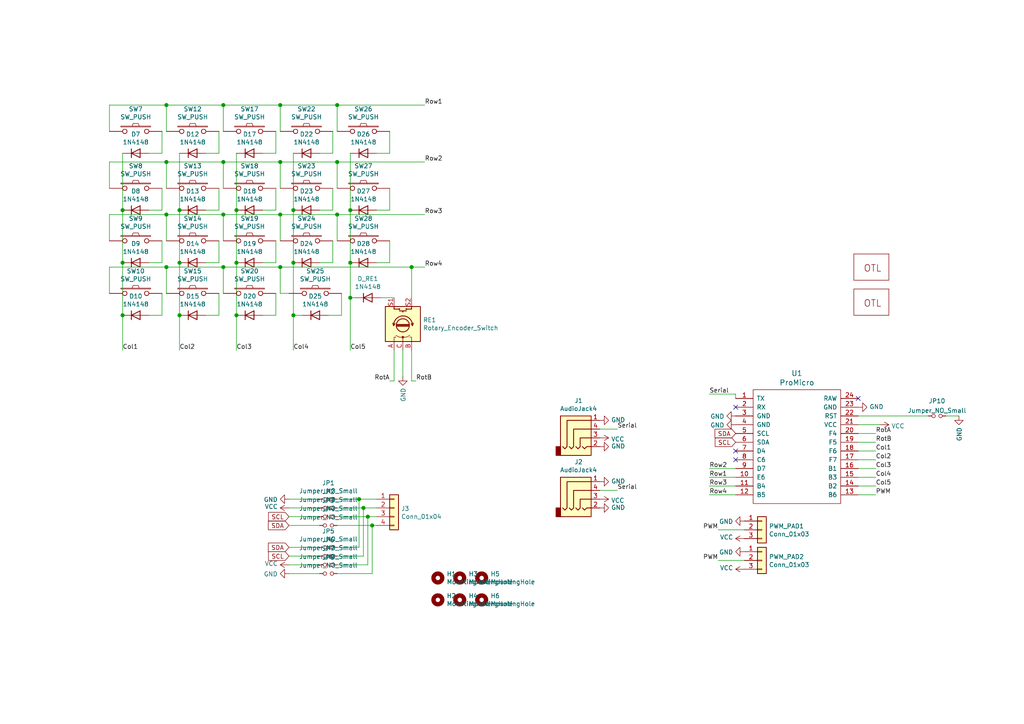
<source format=kicad_sch>
(kicad_sch (version 20210621) (generator eeschema)
  (paper "A4")
  (lib_symbols
    (symbol "Connector:AudioJack4"
      (property "Reference" "J" (at 0 8.89 0))
      (property "Value" "AudioJack4" (at 0 6.35 0))
      (symbol "AudioJack4_0_1"
        (rectangle (start -6.35 -5.08) (end -7.62 -7.62) (stroke (width 0.254)) (fill (type outline)))
        (rectangle (start 2.54 3.81) (end -6.35 -7.62) (stroke (width 0.254)) (fill (type background)))
        (polyline (pts (xy 0 -5.08) (xy 0.635 -5.715) (xy 1.27 -5.08) (xy 2.54 -5.08)) (stroke (width 0.254)))
        (polyline (pts (xy -5.715 -5.08) (xy -5.08 -5.715) (xy -4.445 -5.08) (xy -4.445 2.54) (xy 2.54 2.54)) (stroke (width 0.254)))
        (polyline (pts (xy -1.905 -5.08) (xy -1.27 -5.715) (xy -0.635 -5.08) (xy -0.635 -2.54) (xy 2.54 -2.54)) (stroke (width 0.254)))
        (polyline (pts (xy 2.54 0) (xy -2.54 0) (xy -2.54 -5.08) (xy -3.175 -5.715) (xy -3.81 -5.08)) (stroke (width 0.254)))
      )
      (symbol "AudioJack4_1_1"
        (pin passive line (at 5.08 2.54 180) (length 2.54) (name "~") (number "1"))
        (pin passive line (at 5.08 -5.08 180) (length 2.54) (name "~") (number "2"))
        (pin passive line (at 5.08 -2.54 180) (length 2.54) (name "~") (number "3"))
        (pin passive line (at 5.08 0 180) (length 2.54) (name "~") (number "4"))
      )
    )
    (symbol "Connector_Generic:Conn_01x03" (pin_names (offset 1.016) hide)
      (property "Reference" "J" (at 0 5.08 0))
      (property "Value" "Conn_01x03" (at 0 -5.08 0))
      (symbol "Conn_01x03_1_1"
        (rectangle (start -1.27 -2.413) (end 0 -2.667) (stroke (width 0.1524)))
        (rectangle (start -1.27 0.127) (end 0 -0.127) (stroke (width 0.1524)))
        (rectangle (start -1.27 2.667) (end 0 2.413) (stroke (width 0.1524)))
        (rectangle (start -1.27 3.81) (end 1.27 -3.81) (stroke (width 0.254)) (fill (type background)))
        (pin passive line (at -5.08 2.54 0) (length 3.81) (name "Pin_1") (number "1"))
        (pin passive line (at -5.08 0 0) (length 3.81) (name "Pin_2") (number "2"))
        (pin passive line (at -5.08 -2.54 0) (length 3.81) (name "Pin_3") (number "3"))
      )
    )
    (symbol "Connector_Generic:Conn_01x04" (pin_names (offset 1.016) hide)
      (property "Reference" "J" (at 0 5.08 0))
      (property "Value" "Conn_01x04" (at 0 -7.62 0))
      (symbol "Conn_01x04_1_1"
        (rectangle (start -1.27 -4.953) (end 0 -5.207) (stroke (width 0.1524)))
        (rectangle (start -1.27 -2.413) (end 0 -2.667) (stroke (width 0.1524)))
        (rectangle (start -1.27 0.127) (end 0 -0.127) (stroke (width 0.1524)))
        (rectangle (start -1.27 2.667) (end 0 2.413) (stroke (width 0.1524)))
        (rectangle (start -1.27 3.81) (end 1.27 -6.35) (stroke (width 0.254)) (fill (type background)))
        (pin passive line (at -5.08 2.54 0) (length 3.81) (name "Pin_1") (number "1"))
        (pin passive line (at -5.08 0 0) (length 3.81) (name "Pin_2") (number "2"))
        (pin passive line (at -5.08 -2.54 0) (length 3.81) (name "Pin_3") (number "3"))
        (pin passive line (at -5.08 -5.08 0) (length 3.81) (name "Pin_4") (number "4"))
      )
    )
    (symbol "Device:Jumper_NO_Small" (pin_numbers hide) (pin_names (offset 0.762) hide)
      (property "Reference" "JP" (at 0 2.032 0))
      (property "Value" "Jumper_NO_Small" (at 0.254 -1.524 0))
      (symbol "Jumper_NO_Small_0_1"
        (circle (center -1.016 0) (radius 0.508))
        (circle (center 1.016 0) (radius 0.508))
        (pin passive line (at -2.54 0 0) (length 1.016) (name "1") (number "1"))
        (pin passive line (at 2.54 0 180) (length 1.016) (name "2") (number "2"))
      )
    )
    (symbol "Device:Rotary_Encoder_Switch" (pin_names (offset 0.254) hide)
      (property "Reference" "SW" (at 0 6.604 0))
      (property "Value" "Rotary_Encoder_Switch" (at 0 -6.604 0))
      (symbol "Rotary_Encoder_Switch_0_1"
        (arc (start -0.381 -2.794) (end -0.381 2.667) (radius (at -0.381 -0.0508) (length 2.7432) (angles -89.9 89.9)) (stroke (width 0.254)))
        (circle (center -0.381 0) (radius 1.905) (stroke (width 0.254)))
        (circle (center 4.318 -1.016) (radius 0.127) (stroke (width 0.254)))
        (circle (center 4.318 1.016) (radius 0.127) (stroke (width 0.254)))
        (circle (center -3.81 0) (radius 0.254) (fill (type outline)))
        (rectangle (start -5.08 5.08) (end 5.08 -5.08) (stroke (width 0.254)) (fill (type background)))
        (polyline (pts (xy -0.635 -1.778) (xy -0.635 1.778)) (stroke (width 0.254)))
        (polyline (pts (xy -0.381 -1.778) (xy -0.381 1.778)) (stroke (width 0.254)))
        (polyline (pts (xy -0.127 1.778) (xy -0.127 -1.778)) (stroke (width 0.254)))
        (polyline (pts (xy 3.81 0) (xy 3.429 0)) (stroke (width 0.254)))
        (polyline (pts (xy 3.81 1.016) (xy 3.81 -1.016)) (stroke (width 0.254)))
        (polyline (pts (xy -5.08 -2.54) (xy -3.81 -2.54) (xy -3.81 -2.032)))
        (polyline (pts (xy -5.08 2.54) (xy -3.81 2.54) (xy -3.81 2.032)))
        (polyline (pts (xy 0.254 -3.048) (xy -0.508 -2.794) (xy 0.127 -2.413)) (stroke (width 0.254)))
        (polyline (pts (xy 0.254 2.921) (xy -0.508 2.667) (xy 0.127 2.286)) (stroke (width 0.254)))
        (polyline (pts (xy 5.08 -2.54) (xy 4.318 -2.54) (xy 4.318 -1.016)) (stroke (width 0.254)))
        (polyline (pts (xy 5.08 2.54) (xy 4.318 2.54) (xy 4.318 1.016)) (stroke (width 0.254)))
        (polyline (pts (xy -5.08 0) (xy -3.81 0) (xy -3.81 -1.016) (xy -3.302 -2.032)))
        (polyline (pts (xy -4.318 0) (xy -3.81 0) (xy -3.81 1.016) (xy -3.302 2.032)))
      )
      (symbol "Rotary_Encoder_Switch_1_1"
        (pin passive line (at -7.62 2.54 0) (length 2.54) (name "A") (number "A"))
        (pin passive line (at -7.62 -2.54 0) (length 2.54) (name "B") (number "B"))
        (pin passive line (at -7.62 0 0) (length 2.54) (name "C") (number "C"))
        (pin passive line (at 7.62 2.54 180) (length 2.54) (name "S1") (number "S1"))
        (pin passive line (at 7.62 -2.54 180) (length 2.54) (name "S2") (number "S2"))
      )
    )
    (symbol "Diode:1N4148" (pin_numbers hide) (pin_names (offset 1.016) hide)
      (property "Reference" "D" (at 0 2.54 0))
      (property "Value" "1N4148" (at 0 -2.54 0))
      (symbol "1N4148_0_1"
        (polyline (pts (xy -1.27 1.27) (xy -1.27 -1.27)) (stroke (width 0.254)))
        (polyline (pts (xy 1.27 0) (xy -1.27 0)))
        (polyline (pts (xy 1.27 1.27) (xy 1.27 -1.27) (xy -1.27 0) (xy 1.27 1.27)) (stroke (width 0.254)))
      )
      (symbol "1N4148_1_1"
        (pin passive line (at -3.81 0 0) (length 2.54) (name "K") (number "1"))
        (pin passive line (at 3.81 0 180) (length 2.54) (name "A") (number "2"))
      )
    )
    (symbol "Mechanical:MountingHole" (pin_names (offset 1.016))
      (property "Reference" "H" (at 0 5.08 0))
      (property "Value" "MountingHole" (at 0 3.175 0))
      (symbol "MountingHole_0_1"
        (circle (center 0 0) (radius 1.27) (stroke (width 1.27)))
      )
    )
    (symbol "SparkFun-Aesthetics:LOGO-OTL" (pin_numbers hide) (pin_names (offset 1.016) hide)
      (symbol "LOGO-OTL_1_0"
        (text "OTL" (at 0.3556 -1.5748 0) (effects (font (size 1.9304 1.9304))))
        (polyline (pts (xy -5.08 -5.08) (xy 5.08 -5.08)))
        (polyline (pts (xy -5.08 2.54) (xy -5.08 -5.08)))
        (polyline (pts (xy 5.08 -5.08) (xy 5.08 2.54)))
        (polyline (pts (xy 5.08 2.54) (xy -5.08 2.54)))
      )
    )
    (symbol "keyboard_parts:SW_PUSH" (pin_numbers hide) (pin_names (offset 1.016) hide)
      (property "Reference" "SW" (at 3.81 2.794 0))
      (property "Value" "SW_PUSH" (at 0 -2.032 0))
      (symbol "SW_PUSH_0_1"
        (rectangle (start -4.318 1.27) (end 4.318 1.524))
        (polyline (pts (xy -1.016 1.524) (xy -0.762 2.286) (xy 0.762 2.286) (xy 1.016 1.524)))
        (pin passive inverted (at -7.62 0 0) (length 5.08) (name "1") (number "1"))
        (pin passive inverted (at 7.62 0 180) (length 5.08) (name "2") (number "2"))
      )
    )
    (symbol "power:GND" (power) (pin_names (offset 0))
      (property "Value" "GND" (at 0 -3.81 0))
      (symbol "GND_0_1"
        (polyline (pts (xy 0 0) (xy 0 -1.27) (xy 1.27 -1.27) (xy 0 -2.54) (xy -1.27 -1.27) (xy 0 -1.27)))
      )
      (symbol "GND_1_1"
        (pin power_in line (at 0 0 270) (length 0) hide (name "GND") (number "1"))
      )
    )
    (symbol "power:VCC" (power) (pin_names (offset 0))
      (property "Value" "VCC" (at 0 3.81 0))
      (symbol "VCC_0_1"
        (polyline (pts (xy -0.762 1.27) (xy 0 2.54)))
        (polyline (pts (xy 0 0) (xy 0 2.54)))
        (polyline (pts (xy 0 2.54) (xy 0.762 1.27)))
      )
      (symbol "VCC_1_1"
        (pin power_in line (at 0 0 90) (length 0) hide (name "VCC") (number "1"))
      )
    )
    (symbol "promicro:ProMicro" (pin_names (offset 1.016))
      (property "Reference" "U" (at 0 24.13 0))
      (property "Value" "ProMicro" (at 0 -13.97 0))
      (symbol "ProMicro_0_1"
        (rectangle (start -12.7 21.59) (end 12.7 -11.43))
      )
      (symbol "ProMicro_1_1"
        (pin bidirectional line (at -17.78 19.05 0) (length 5.08) (name "TX") (number "1"))
        (pin bidirectional line (at -17.78 -3.81 0) (length 5.08) (name "E6") (number "10"))
        (pin bidirectional line (at -17.78 -6.35 0) (length 5.08) (name "B4") (number "11"))
        (pin bidirectional line (at -17.78 -8.89 0) (length 5.08) (name "B5") (number "12"))
        (pin bidirectional line (at 17.78 -8.89 180) (length 5.08) (name "B6") (number "13"))
        (pin bidirectional line (at 17.78 -6.35 180) (length 5.08) (name "B2") (number "14"))
        (pin bidirectional line (at 17.78 -3.81 180) (length 5.08) (name "B3") (number "15"))
        (pin bidirectional line (at 17.78 -1.27 180) (length 5.08) (name "B1") (number "16"))
        (pin bidirectional line (at 17.78 1.27 180) (length 5.08) (name "F7") (number "17"))
        (pin bidirectional line (at 17.78 3.81 180) (length 5.08) (name "F6") (number "18"))
        (pin bidirectional line (at 17.78 6.35 180) (length 5.08) (name "F5") (number "19"))
        (pin bidirectional line (at -17.78 16.51 0) (length 5.08) (name "RX") (number "2"))
        (pin bidirectional line (at 17.78 8.89 180) (length 5.08) (name "F4") (number "20"))
        (pin power_in line (at 17.78 11.43 180) (length 5.08) (name "VCC") (number "21"))
        (pin input line (at 17.78 13.97 180) (length 5.08) (name "RST") (number "22"))
        (pin power_in line (at 17.78 16.51 180) (length 5.08) (name "GND") (number "23"))
        (pin power_out line (at 17.78 19.05 180) (length 5.08) (name "RAW") (number "24"))
        (pin power_in line (at -17.78 13.97 0) (length 5.08) (name "GND") (number "3"))
        (pin power_in line (at -17.78 11.43 0) (length 5.08) (name "GND") (number "4"))
        (pin bidirectional line (at -17.78 8.89 0) (length 5.08) (name "SCL") (number "5"))
        (pin bidirectional line (at -17.78 6.35 0) (length 5.08) (name "SDA") (number "6"))
        (pin bidirectional line (at -17.78 3.81 0) (length 5.08) (name "D4") (number "7"))
        (pin bidirectional line (at -17.78 1.27 0) (length 5.08) (name "C6") (number "8"))
        (pin bidirectional line (at -17.78 -1.27 0) (length 5.08) (name "D7") (number "9"))
      )
    )
  )
  (junction (at 35.56 60.96) (diameter 1.016))
  (junction (at 35.56 76.2) (diameter 1.016))
  (junction (at 35.56 91.44) (diameter 1.016))
  (junction (at 48.26 30.48) (diameter 1.016))
  (junction (at 48.26 46.99) (diameter 1.016))
  (junction (at 48.26 62.23) (diameter 1.016))
  (junction (at 48.26 77.47) (diameter 1.016))
  (junction (at 52.07 60.96) (diameter 1.016))
  (junction (at 52.07 76.2) (diameter 1.016))
  (junction (at 52.07 91.44) (diameter 1.016))
  (junction (at 64.77 30.48) (diameter 1.016))
  (junction (at 64.77 46.99) (diameter 1.016))
  (junction (at 64.77 62.23) (diameter 1.016))
  (junction (at 64.77 77.47) (diameter 1.016))
  (junction (at 68.58 60.96) (diameter 1.016))
  (junction (at 68.58 76.2) (diameter 1.016))
  (junction (at 68.58 91.44) (diameter 1.016))
  (junction (at 81.28 30.48) (diameter 1.016))
  (junction (at 81.28 46.99) (diameter 1.016))
  (junction (at 81.28 62.23) (diameter 1.016))
  (junction (at 81.28 77.47) (diameter 1.016))
  (junction (at 85.09 60.96) (diameter 1.016))
  (junction (at 85.09 76.2) (diameter 1.016))
  (junction (at 85.09 91.44) (diameter 1.016))
  (junction (at 97.79 30.48) (diameter 1.016))
  (junction (at 97.79 46.99) (diameter 1.016))
  (junction (at 97.79 62.23) (diameter 1.016))
  (junction (at 101.6 60.96) (diameter 1.016))
  (junction (at 101.6 76.2) (diameter 1.016))
  (junction (at 101.6 86.36) (diameter 1.016))
  (junction (at 104.14 144.78) (diameter 1.016))
  (junction (at 105.41 147.32) (diameter 1.016))
  (junction (at 106.68 149.86) (diameter 1.016))
  (junction (at 107.95 152.4) (diameter 1.016))
  (junction (at 119.38 77.47) (diameter 1.016))
  (no_connect (at 213.36 118.11))
  (no_connect (at 213.36 130.81))
  (no_connect (at 213.36 133.35))
  (no_connect (at 248.92 115.57))
  (wire (pts (xy 31.75 30.48) (xy 48.26 30.48)))
  (wire (pts (xy 31.75 38.1) (xy 31.75 30.48)))
  (wire (pts (xy 31.75 46.99) (xy 48.26 46.99)))
  (wire (pts (xy 31.75 54.61) (xy 31.75 46.99)))
  (wire (pts (xy 31.75 62.23) (xy 48.26 62.23)))
  (wire (pts (xy 31.75 69.85) (xy 31.75 62.23)))
  (wire (pts (xy 31.75 77.47) (xy 48.26 77.47)))
  (wire (pts (xy 31.75 85.09) (xy 31.75 77.47)))
  (wire (pts (xy 35.56 60.96) (xy 35.56 44.45)))
  (wire (pts (xy 35.56 60.96) (xy 35.56 76.2)))
  (wire (pts (xy 35.56 91.44) (xy 35.56 76.2)))
  (wire (pts (xy 35.56 91.44) (xy 35.56 101.6)))
  (wire (pts (xy 46.99 38.1) (xy 46.99 44.45)))
  (wire (pts (xy 46.99 44.45) (xy 43.18 44.45)))
  (wire (pts (xy 46.99 54.61) (xy 46.99 60.96)))
  (wire (pts (xy 46.99 60.96) (xy 43.18 60.96)))
  (wire (pts (xy 46.99 69.85) (xy 46.99 76.2)))
  (wire (pts (xy 46.99 76.2) (xy 43.18 76.2)))
  (wire (pts (xy 46.99 85.09) (xy 46.99 91.44)))
  (wire (pts (xy 46.99 91.44) (xy 43.18 91.44)))
  (wire (pts (xy 48.26 30.48) (xy 64.77 30.48)))
  (wire (pts (xy 48.26 38.1) (xy 48.26 30.48)))
  (wire (pts (xy 48.26 46.99) (xy 64.77 46.99)))
  (wire (pts (xy 48.26 54.61) (xy 48.26 46.99)))
  (wire (pts (xy 48.26 62.23) (xy 64.77 62.23)))
  (wire (pts (xy 48.26 69.85) (xy 48.26 62.23)))
  (wire (pts (xy 48.26 77.47) (xy 64.77 77.47)))
  (wire (pts (xy 48.26 85.09) (xy 48.26 77.47)))
  (wire (pts (xy 52.07 44.45) (xy 52.07 60.96)))
  (wire (pts (xy 52.07 60.96) (xy 52.07 76.2)))
  (wire (pts (xy 52.07 91.44) (xy 52.07 76.2)))
  (wire (pts (xy 52.07 91.44) (xy 52.07 101.6)))
  (wire (pts (xy 63.5 38.1) (xy 63.5 44.45)))
  (wire (pts (xy 63.5 44.45) (xy 59.69 44.45)))
  (wire (pts (xy 63.5 54.61) (xy 63.5 60.96)))
  (wire (pts (xy 63.5 60.96) (xy 59.69 60.96)))
  (wire (pts (xy 63.5 69.85) (xy 63.5 76.2)))
  (wire (pts (xy 63.5 76.2) (xy 59.69 76.2)))
  (wire (pts (xy 63.5 85.09) (xy 63.5 91.44)))
  (wire (pts (xy 63.5 91.44) (xy 59.69 91.44)))
  (wire (pts (xy 64.77 30.48) (xy 81.28 30.48)))
  (wire (pts (xy 64.77 38.1) (xy 64.77 30.48)))
  (wire (pts (xy 64.77 46.99) (xy 81.28 46.99)))
  (wire (pts (xy 64.77 54.61) (xy 64.77 46.99)))
  (wire (pts (xy 64.77 62.23) (xy 81.28 62.23)))
  (wire (pts (xy 64.77 69.85) (xy 64.77 62.23)))
  (wire (pts (xy 64.77 77.47) (xy 81.28 77.47)))
  (wire (pts (xy 64.77 85.09) (xy 64.77 77.47)))
  (wire (pts (xy 68.58 44.45) (xy 68.58 60.96)))
  (wire (pts (xy 68.58 60.96) (xy 68.58 76.2)))
  (wire (pts (xy 68.58 76.2) (xy 68.58 91.44)))
  (wire (pts (xy 68.58 91.44) (xy 68.58 101.6)))
  (wire (pts (xy 80.01 38.1) (xy 80.01 44.45)))
  (wire (pts (xy 80.01 44.45) (xy 76.2 44.45)))
  (wire (pts (xy 80.01 54.61) (xy 80.01 60.96)))
  (wire (pts (xy 80.01 60.96) (xy 76.2 60.96)))
  (wire (pts (xy 80.01 69.85) (xy 80.01 76.2)))
  (wire (pts (xy 80.01 76.2) (xy 76.2 76.2)))
  (wire (pts (xy 80.01 85.09) (xy 80.01 91.44)))
  (wire (pts (xy 80.01 91.44) (xy 76.2 91.44)))
  (wire (pts (xy 81.28 30.48) (xy 97.79 30.48)))
  (wire (pts (xy 81.28 38.1) (xy 81.28 30.48)))
  (wire (pts (xy 81.28 46.99) (xy 97.79 46.99)))
  (wire (pts (xy 81.28 54.61) (xy 81.28 46.99)))
  (wire (pts (xy 81.28 62.23) (xy 97.79 62.23)))
  (wire (pts (xy 81.28 69.85) (xy 81.28 62.23)))
  (wire (pts (xy 81.28 77.47) (xy 81.28 85.09)))
  (wire (pts (xy 81.28 77.47) (xy 119.38 77.47)))
  (wire (pts (xy 81.28 85.09) (xy 83.82 85.09)))
  (wire (pts (xy 85.09 60.96) (xy 85.09 44.45)))
  (wire (pts (xy 85.09 60.96) (xy 85.09 76.2)))
  (wire (pts (xy 85.09 76.2) (xy 85.09 91.44)))
  (wire (pts (xy 85.09 91.44) (xy 85.09 101.6)))
  (wire (pts (xy 87.63 91.44) (xy 85.09 91.44)))
  (wire (pts (xy 92.71 144.78) (xy 83.82 144.78)))
  (wire (pts (xy 92.71 147.32) (xy 83.82 147.32)))
  (wire (pts (xy 92.71 149.86) (xy 83.82 149.86)))
  (wire (pts (xy 92.71 152.4) (xy 83.82 152.4)))
  (wire (pts (xy 92.71 158.75) (xy 83.82 158.75)))
  (wire (pts (xy 92.71 161.29) (xy 83.82 161.29)))
  (wire (pts (xy 92.71 163.83) (xy 83.82 163.83)))
  (wire (pts (xy 92.71 166.37) (xy 83.82 166.37)))
  (wire (pts (xy 96.52 38.1) (xy 96.52 44.45)))
  (wire (pts (xy 96.52 44.45) (xy 92.71 44.45)))
  (wire (pts (xy 96.52 54.61) (xy 96.52 60.96)))
  (wire (pts (xy 96.52 60.96) (xy 92.71 60.96)))
  (wire (pts (xy 96.52 69.85) (xy 96.52 76.2)))
  (wire (pts (xy 96.52 76.2) (xy 92.71 76.2)))
  (wire (pts (xy 97.79 30.48) (xy 123.19 30.48)))
  (wire (pts (xy 97.79 38.1) (xy 97.79 30.48)))
  (wire (pts (xy 97.79 46.99) (xy 123.19 46.99)))
  (wire (pts (xy 97.79 54.61) (xy 97.79 46.99)))
  (wire (pts (xy 97.79 62.23) (xy 123.19 62.23)))
  (wire (pts (xy 97.79 69.85) (xy 97.79 62.23)))
  (wire (pts (xy 97.79 149.86) (xy 106.68 149.86)))
  (wire (pts (xy 99.06 85.09) (xy 99.06 91.44)))
  (wire (pts (xy 99.06 91.44) (xy 95.25 91.44)))
  (wire (pts (xy 101.6 60.96) (xy 101.6 44.45)))
  (wire (pts (xy 101.6 60.96) (xy 101.6 76.2)))
  (wire (pts (xy 101.6 76.2) (xy 101.6 86.36)))
  (wire (pts (xy 101.6 86.36) (xy 101.6 101.6)))
  (wire (pts (xy 102.87 86.36) (xy 101.6 86.36)))
  (wire (pts (xy 104.14 144.78) (xy 97.79 144.78)))
  (wire (pts (xy 104.14 144.78) (xy 104.14 158.75)))
  (wire (pts (xy 104.14 158.75) (xy 97.79 158.75)))
  (wire (pts (xy 105.41 147.32) (xy 97.79 147.32)))
  (wire (pts (xy 105.41 147.32) (xy 105.41 161.29)))
  (wire (pts (xy 105.41 161.29) (xy 97.79 161.29)))
  (wire (pts (xy 106.68 149.86) (xy 106.68 163.83)))
  (wire (pts (xy 106.68 149.86) (xy 109.22 149.86)))
  (wire (pts (xy 106.68 163.83) (xy 97.79 163.83)))
  (wire (pts (xy 107.95 152.4) (xy 97.79 152.4)))
  (wire (pts (xy 107.95 152.4) (xy 107.95 166.37)))
  (wire (pts (xy 107.95 166.37) (xy 97.79 166.37)))
  (wire (pts (xy 109.22 144.78) (xy 104.14 144.78)))
  (wire (pts (xy 109.22 147.32) (xy 105.41 147.32)))
  (wire (pts (xy 109.22 152.4) (xy 107.95 152.4)))
  (wire (pts (xy 113.03 38.1) (xy 113.03 44.45)))
  (wire (pts (xy 113.03 44.45) (xy 109.22 44.45)))
  (wire (pts (xy 113.03 54.61) (xy 113.03 60.96)))
  (wire (pts (xy 113.03 60.96) (xy 109.22 60.96)))
  (wire (pts (xy 113.03 69.85) (xy 113.03 76.2)))
  (wire (pts (xy 113.03 76.2) (xy 109.22 76.2)))
  (wire (pts (xy 114.3 86.36) (xy 110.49 86.36)))
  (wire (pts (xy 114.3 101.6) (xy 114.3 110.49)))
  (wire (pts (xy 114.3 110.49) (xy 113.03 110.49)))
  (wire (pts (xy 116.84 101.6) (xy 116.84 109.22)))
  (wire (pts (xy 119.38 77.47) (xy 119.38 86.36)))
  (wire (pts (xy 119.38 77.47) (xy 123.19 77.47)))
  (wire (pts (xy 119.38 101.6) (xy 119.38 110.49)))
  (wire (pts (xy 119.38 110.49) (xy 120.65 110.49)))
  (wire (pts (xy 173.99 124.46) (xy 179.07 124.46)))
  (wire (pts (xy 173.99 142.24) (xy 179.07 142.24)))
  (wire (pts (xy 205.74 114.3) (xy 213.36 114.3)))
  (wire (pts (xy 205.74 135.89) (xy 213.36 135.89)))
  (wire (pts (xy 205.74 138.43) (xy 213.36 138.43)))
  (wire (pts (xy 205.74 140.97) (xy 213.36 140.97)))
  (wire (pts (xy 205.74 143.51) (xy 213.36 143.51)))
  (wire (pts (xy 208.28 153.67) (xy 215.9 153.67)))
  (wire (pts (xy 208.28 162.56) (xy 215.9 162.56)))
  (wire (pts (xy 213.36 114.3) (xy 213.36 115.57)))
  (wire (pts (xy 248.92 120.65) (xy 269.24 120.65)))
  (wire (pts (xy 248.92 123.19) (xy 255.27 123.19)))
  (wire (pts (xy 248.92 125.73) (xy 254 125.73)))
  (wire (pts (xy 248.92 128.27) (xy 254 128.27)))
  (wire (pts (xy 248.92 130.81) (xy 254 130.81)))
  (wire (pts (xy 248.92 133.35) (xy 254 133.35)))
  (wire (pts (xy 248.92 135.89) (xy 254 135.89)))
  (wire (pts (xy 248.92 138.43) (xy 254 138.43)))
  (wire (pts (xy 248.92 140.97) (xy 254 140.97)))
  (wire (pts (xy 248.92 143.51) (xy 254 143.51)))
  (wire (pts (xy 274.32 120.65) (xy 278.13 120.65)))
  (label "Col1" (at 35.56 101.6 0))
  (label "Col2" (at 52.07 101.6 0))
  (label "Col3" (at 68.58 101.6 0))
  (label "Col4" (at 85.09 101.6 0))
  (label "Col5" (at 101.6 101.6 0))
  (label "RotA" (at 113.03 110.49 180))
  (label "RotB" (at 120.65 110.49 0))
  (label "Row1" (at 123.19 30.48 0))
  (label "Row2" (at 123.19 46.99 0))
  (label "Row3" (at 123.19 62.23 0))
  (label "Row4" (at 123.19 77.47 0))
  (label "Serial" (at 179.07 124.46 0))
  (label "Serial" (at 179.07 142.24 0))
  (label "Serial" (at 205.74 114.3 0))
  (label "Row2" (at 205.74 135.89 0))
  (label "Row1" (at 205.74 138.43 0))
  (label "Row3" (at 205.74 140.97 0))
  (label "Row4" (at 205.74 143.51 0))
  (label "PWM" (at 208.28 153.67 180))
  (label "PWM" (at 208.28 162.56 180))
  (label "RotA" (at 254 125.73 0))
  (label "RotB" (at 254 128.27 0))
  (label "Col1" (at 254 130.81 0))
  (label "Col2" (at 254 133.35 0))
  (label "Col3" (at 254 135.89 0))
  (label "Col4" (at 254 138.43 0))
  (label "Col5" (at 254 140.97 0))
  (label "PWM" (at 254 143.51 0))
  (global_label "SCL" (shape input) (at 83.82 149.86 180) (property "Intersheet References" "${INTERSHEET_REFS}" (effects hide)))
  (global_label "SDA" (shape input) (at 83.82 152.4 180) (property "Intersheet References" "${INTERSHEET_REFS}" (effects hide)))
  (global_label "SDA" (shape input) (at 83.82 158.75 180) (property "Intersheet References" "${INTERSHEET_REFS}" (effects hide)))
  (global_label "SCL" (shape input) (at 83.82 161.29 180) (property "Intersheet References" "${INTERSHEET_REFS}" (effects hide)))
  (global_label "SDA" (shape input) (at 213.36 125.73 180) (property "Intersheet References" "${INTERSHEET_REFS}" (effects hide)))
  (global_label "SCL" (shape input) (at 213.36 128.27 180) (property "Intersheet References" "${INTERSHEET_REFS}" (effects hide)))
  (symbol (lib_id "power:VCC") (at 83.82 147.32 90) (unit 1)
    (property "Reference" "#PWR0105" (effects hide))
    (property "Value" "VCC" (at 80.5942 146.939 90) (effects (justify left)))
  )
  (symbol (lib_id "power:VCC") (at 83.82 163.83 90) (unit 1)
    (property "Reference" "#PWR0107" (effects hide))
    (property "Value" "VCC" (at 80.5942 163.449 90) (effects (justify left)))
  )
  (symbol (lib_id "power:VCC") (at 173.99 127 270) (unit 1)
    (property "Reference" "#PWR0104" (effects hide))
    (property "Value" "VCC" (at 177.2412 127.381 90) (effects (justify left)))
  )
  (symbol (lib_id "power:VCC") (at 173.99 144.78 270) (unit 1)
    (property "Reference" "#PWR0103" (effects hide))
    (property "Value" "VCC" (at 177.2412 145.161 90) (effects (justify left)))
  )
  (symbol (lib_id "power:VCC") (at 215.9 156.21 90) (unit 1)
    (property "Reference" "#PWR0117" (effects hide))
    (property "Value" "VCC" (at 212.6488 155.829 90) (effects (justify left)))
  )
  (symbol (lib_id "power:VCC") (at 215.9 165.1 90) (unit 1)
    (property "Reference" "#PWR0120" (effects hide))
    (property "Value" "VCC" (at 212.6488 164.719 90) (effects (justify left)))
  )
  (symbol (lib_id "power:VCC") (at 255.27 123.19 270) (unit 1)
    (property "Reference" "#PWR0115" (effects hide))
    (property "Value" "VCC" (at 258.5212 123.571 90) (effects (justify left)))
  )
  (symbol (lib_id "Device:Jumper_NO_Small") (at 95.25 144.78 0) (unit 1)
    (property "Reference" "JP1" (at 95.25 140.081 0))
    (property "Value" "Jumper_NO_Small" (at 95.25 142.3924 0))
    (property "Footprint" "SparkFun-Passives:PAD-JUMPER-2-NO_NO_SILK" (effects hide))
  )
  (symbol (lib_id "Device:Jumper_NO_Small") (at 95.25 147.32 0) (unit 1)
    (property "Reference" "JP2" (at 95.25 142.621 0))
    (property "Value" "Jumper_NO_Small" (at 95.25 144.9324 0))
    (property "Footprint" "SparkFun-Passives:PAD-JUMPER-2-NO_NO_SILK" (effects hide))
  )
  (symbol (lib_id "Device:Jumper_NO_Small") (at 95.25 149.86 0) (unit 1)
    (property "Reference" "JP3" (at 95.25 145.161 0))
    (property "Value" "Jumper_NO_Small" (at 95.25 147.4724 0))
    (property "Footprint" "SparkFun-Passives:PAD-JUMPER-2-NO_NO_SILK" (effects hide))
  )
  (symbol (lib_id "Device:Jumper_NO_Small") (at 95.25 152.4 0) (unit 1)
    (property "Reference" "JP4" (at 95.25 147.701 0))
    (property "Value" "Jumper_NO_Small" (at 95.25 150.0124 0))
    (property "Footprint" "SparkFun-Passives:PAD-JUMPER-2-NO_NO_SILK" (effects hide))
  )
  (symbol (lib_id "Device:Jumper_NO_Small") (at 95.25 158.75 0) (unit 1)
    (property "Reference" "JP5" (at 95.25 154.051 0))
    (property "Value" "Jumper_NO_Small" (at 95.25 156.3624 0))
    (property "Footprint" "SparkFun-Passives:PAD-JUMPER-2-NO_NO_SILK" (effects hide))
  )
  (symbol (lib_id "Device:Jumper_NO_Small") (at 95.25 161.29 0) (unit 1)
    (property "Reference" "JP6" (at 95.25 156.591 0))
    (property "Value" "Jumper_NO_Small" (at 95.25 158.9024 0))
    (property "Footprint" "SparkFun-Passives:PAD-JUMPER-2-NO_NO_SILK" (effects hide))
  )
  (symbol (lib_id "Device:Jumper_NO_Small") (at 95.25 163.83 0) (unit 1)
    (property "Reference" "JP7" (at 95.25 159.131 0))
    (property "Value" "Jumper_NO_Small" (at 95.25 161.4424 0))
    (property "Footprint" "SparkFun-Passives:PAD-JUMPER-2-NO_NO_SILK" (effects hide))
  )
  (symbol (lib_id "Device:Jumper_NO_Small") (at 95.25 166.37 0) (unit 1)
    (property "Reference" "JP8" (at 95.25 161.671 0))
    (property "Value" "Jumper_NO_Small" (at 95.25 163.9824 0))
    (property "Footprint" "SparkFun-Passives:PAD-JUMPER-2-NO_NO_SILK" (effects hide))
  )
  (symbol (lib_id "Device:Jumper_NO_Small") (at 271.78 120.65 0) (unit 1)
    (property "Reference" "JP10" (at 271.78 116.3024 0))
    (property "Value" "Jumper_NO_Small" (at 271.78 119.0775 0))
    (property "Footprint" "User-Submitted:SolderJumper-flip-2_P1.3mm_Open_Pad1.0x1.5mm" (effects hide))
  )
  (symbol (lib_id "power:GND") (at 83.82 144.78 270) (unit 1)
    (property "Reference" "#PWR0106" (effects hide))
    (property "Value" "GND" (at 80.5688 144.907 90) (effects (justify right)))
  )
  (symbol (lib_id "power:GND") (at 83.82 166.37 270) (unit 1)
    (property "Reference" "#PWR0108" (effects hide))
    (property "Value" "GND" (at 80.5688 166.497 90) (effects (justify right)))
  )
  (symbol (lib_id "power:GND") (at 116.84 109.22 0) (unit 1)
    (property "Reference" "#PWR0121" (effects hide))
    (property "Value" "GND" (at 116.967 112.4712 90) (effects (justify right)))
  )
  (symbol (lib_id "power:GND") (at 173.99 121.92 90) (unit 1)
    (property "Reference" "#PWR0101" (effects hide))
    (property "Value" "GND" (at 177.2412 121.793 90) (effects (justify right)))
  )
  (symbol (lib_id "power:GND") (at 173.99 129.54 90) (unit 1)
    (property "Reference" "#PWR0109" (effects hide))
    (property "Value" "GND" (at 177.2412 129.413 90) (effects (justify right)))
  )
  (symbol (lib_id "power:GND") (at 173.99 139.7 90) (unit 1)
    (property "Reference" "#PWR0102" (effects hide))
    (property "Value" "GND" (at 177.2412 139.573 90) (effects (justify right)))
  )
  (symbol (lib_id "power:GND") (at 173.99 147.32 90) (unit 1)
    (property "Reference" "#PWR0110" (effects hide))
    (property "Value" "GND" (at 177.2412 147.193 90) (effects (justify right)))
  )
  (symbol (lib_id "power:GND") (at 213.36 120.65 270) (unit 1)
    (property "Reference" "#PWR0111" (effects hide))
    (property "Value" "GND" (at 210.1088 120.777 90) (effects (justify right)))
  )
  (symbol (lib_id "power:GND") (at 213.36 123.19 270) (unit 1)
    (property "Reference" "#PWR0112" (effects hide))
    (property "Value" "GND" (at 210.1088 123.317 90) (effects (justify right)))
  )
  (symbol (lib_id "power:GND") (at 215.9 151.13 270) (unit 1)
    (property "Reference" "#PWR0116" (effects hide))
    (property "Value" "GND" (at 212.6488 151.257 90) (effects (justify right)))
  )
  (symbol (lib_id "power:GND") (at 215.9 160.02 270) (unit 1)
    (property "Reference" "#PWR0119" (effects hide))
    (property "Value" "GND" (at 212.6488 160.147 90) (effects (justify right)))
  )
  (symbol (lib_id "power:GND") (at 248.92 118.11 90) (unit 1)
    (property "Reference" "#PWR0113" (effects hide))
    (property "Value" "GND" (at 252.1712 117.983 90) (effects (justify right)))
  )
  (symbol (lib_id "power:GND") (at 278.13 120.65 0) (unit 1)
    (property "Reference" "#PWR0114" (effects hide))
    (property "Value" "GND" (at 278.257 123.9012 90) (effects (justify right)))
  )
  (symbol (lib_id "Mechanical:MountingHole") (at 127 167.64 0) (unit 1)
    (property "Reference" "H1" (at 129.54 166.4716 0) (effects (justify left)))
    (property "Value" "MountingHole" (at 129.54 168.783 0) (effects (justify left)))
    (property "Footprint" "MountingHole:MountingHole_2.2mm_M2_Pad" (effects hide))
  )
  (symbol (lib_id "Mechanical:MountingHole") (at 127 173.99 0) (unit 1)
    (property "Reference" "H2" (at 129.54 172.8216 0) (effects (justify left)))
    (property "Value" "MountingHole" (at 129.54 175.133 0) (effects (justify left)))
    (property "Footprint" "MountingHole:MountingHole_2.2mm_M2_Pad" (effects hide))
  )
  (symbol (lib_id "Mechanical:MountingHole") (at 133.35 167.64 0) (unit 1)
    (property "Reference" "H3" (at 135.89 166.4716 0) (effects (justify left)))
    (property "Value" "MountingHole" (at 135.89 168.783 0) (effects (justify left)))
    (property "Footprint" "MountingHole:MountingHole_2.2mm_M2_Pad" (effects hide))
  )
  (symbol (lib_id "Mechanical:MountingHole") (at 133.35 173.99 0) (unit 1)
    (property "Reference" "H4" (at 135.89 172.8216 0) (effects (justify left)))
    (property "Value" "MountingHole" (at 135.89 175.133 0) (effects (justify left)))
    (property "Footprint" "MountingHole:MountingHole_2.2mm_M2_Pad" (effects hide))
  )
  (symbol (lib_id "Mechanical:MountingHole") (at 139.7 167.64 0) (unit 1)
    (property "Reference" "H5" (at 142.24 166.4716 0) (effects (justify left)))
    (property "Value" "MountingHole" (at 142.24 168.783 0) (effects (justify left)))
    (property "Footprint" "MountingHole:MountingHole_2.2mm_M2_Pad" (effects hide))
  )
  (symbol (lib_id "Mechanical:MountingHole") (at 139.7 173.99 0) (unit 1)
    (property "Reference" "H6" (at 142.24 172.8216 0) (effects (justify left)))
    (property "Value" "MountingHole" (at 142.24 175.133 0) (effects (justify left)))
    (property "Footprint" "MountingHole:MountingHole_2.2mm_M2_Pad" (effects hide))
  )
  (symbol (lib_id "Diode:1N4148") (at 39.37 44.45 0) (unit 1)
    (property "Reference" "D7" (at 39.37 38.9382 0))
    (property "Value" "1N4148" (at 39.37 41.2496 0))
    (property "Footprint" "Keebio-Parts:Diode-dual" (effects hide))
    (property "Datasheet" "https://assets.nexperia.com/documents/data-sheet/1N4148_1N4448.pdf" (effects hide))
  )
  (symbol (lib_id "Diode:1N4148") (at 39.37 60.96 0) (unit 1)
    (property "Reference" "D8" (at 39.37 55.4482 0))
    (property "Value" "1N4148" (at 39.37 57.7596 0))
    (property "Footprint" "Keebio-Parts:Diode-dual" (effects hide))
    (property "Datasheet" "https://assets.nexperia.com/documents/data-sheet/1N4148_1N4448.pdf" (effects hide))
  )
  (symbol (lib_id "Diode:1N4148") (at 39.37 76.2 0) (unit 1)
    (property "Reference" "D9" (at 39.37 70.6882 0))
    (property "Value" "1N4148" (at 39.37 72.9996 0))
    (property "Footprint" "Keebio-Parts:Diode-dual" (effects hide))
    (property "Datasheet" "https://assets.nexperia.com/documents/data-sheet/1N4148_1N4448.pdf" (effects hide))
  )
  (symbol (lib_id "Diode:1N4148") (at 39.37 91.44 0) (unit 1)
    (property "Reference" "D10" (at 39.37 85.9282 0))
    (property "Value" "1N4148" (at 39.37 88.2396 0))
    (property "Footprint" "Keebio-Parts:Diode-dual" (effects hide))
    (property "Datasheet" "https://assets.nexperia.com/documents/data-sheet/1N4148_1N4448.pdf" (effects hide))
  )
  (symbol (lib_id "Diode:1N4148") (at 55.88 44.45 0) (unit 1)
    (property "Reference" "D12" (at 55.88 38.9382 0))
    (property "Value" "1N4148" (at 55.88 41.2496 0))
    (property "Footprint" "Keebio-Parts:Diode-dual" (effects hide))
    (property "Datasheet" "https://assets.nexperia.com/documents/data-sheet/1N4148_1N4448.pdf" (effects hide))
  )
  (symbol (lib_id "Diode:1N4148") (at 55.88 60.96 0) (unit 1)
    (property "Reference" "D13" (at 55.88 55.4482 0))
    (property "Value" "1N4148" (at 55.88 57.7596 0))
    (property "Footprint" "Keebio-Parts:Diode-dual" (effects hide))
    (property "Datasheet" "https://assets.nexperia.com/documents/data-sheet/1N4148_1N4448.pdf" (effects hide))
  )
  (symbol (lib_id "Diode:1N4148") (at 55.88 76.2 0) (unit 1)
    (property "Reference" "D14" (at 55.88 70.6882 0))
    (property "Value" "1N4148" (at 55.88 72.9996 0))
    (property "Footprint" "Keebio-Parts:Diode-dual" (effects hide))
    (property "Datasheet" "https://assets.nexperia.com/documents/data-sheet/1N4148_1N4448.pdf" (effects hide))
  )
  (symbol (lib_id "Diode:1N4148") (at 55.88 91.44 0) (unit 1)
    (property "Reference" "D15" (at 55.88 85.9282 0))
    (property "Value" "1N4148" (at 55.88 88.2396 0))
    (property "Footprint" "Keebio-Parts:Diode-dual" (effects hide))
    (property "Datasheet" "https://assets.nexperia.com/documents/data-sheet/1N4148_1N4448.pdf" (effects hide))
  )
  (symbol (lib_id "Diode:1N4148") (at 72.39 44.45 0) (unit 1)
    (property "Reference" "D17" (at 72.39 38.9382 0))
    (property "Value" "1N4148" (at 72.39 41.2496 0))
    (property "Footprint" "Keebio-Parts:Diode-dual" (effects hide))
    (property "Datasheet" "https://assets.nexperia.com/documents/data-sheet/1N4148_1N4448.pdf" (effects hide))
  )
  (symbol (lib_id "Diode:1N4148") (at 72.39 60.96 0) (unit 1)
    (property "Reference" "D18" (at 72.39 55.4482 0))
    (property "Value" "1N4148" (at 72.39 57.7596 0))
    (property "Footprint" "Keebio-Parts:Diode-dual" (effects hide))
    (property "Datasheet" "https://assets.nexperia.com/documents/data-sheet/1N4148_1N4448.pdf" (effects hide))
  )
  (symbol (lib_id "Diode:1N4148") (at 72.39 76.2 0) (unit 1)
    (property "Reference" "D19" (at 72.39 70.6882 0))
    (property "Value" "1N4148" (at 72.39 72.9996 0))
    (property "Footprint" "Keebio-Parts:Diode-dual" (effects hide))
    (property "Datasheet" "https://assets.nexperia.com/documents/data-sheet/1N4148_1N4448.pdf" (effects hide))
  )
  (symbol (lib_id "Diode:1N4148") (at 72.39 91.44 0) (unit 1)
    (property "Reference" "D20" (at 72.39 85.9282 0))
    (property "Value" "1N4148" (at 72.39 88.2396 0))
    (property "Footprint" "Keebio-Parts:Diode-dual" (effects hide))
    (property "Datasheet" "https://assets.nexperia.com/documents/data-sheet/1N4148_1N4448.pdf" (effects hide))
  )
  (symbol (lib_id "Diode:1N4148") (at 88.9 44.45 0) (unit 1)
    (property "Reference" "D22" (at 88.9 38.9382 0))
    (property "Value" "1N4148" (at 88.9 41.2496 0))
    (property "Footprint" "Keebio-Parts:Diode-dual" (effects hide))
    (property "Datasheet" "https://assets.nexperia.com/documents/data-sheet/1N4148_1N4448.pdf" (effects hide))
  )
  (symbol (lib_id "Diode:1N4148") (at 88.9 60.96 0) (unit 1)
    (property "Reference" "D23" (at 88.9 55.4482 0))
    (property "Value" "1N4148" (at 88.9 57.7596 0))
    (property "Footprint" "Keebio-Parts:Diode-dual" (effects hide))
    (property "Datasheet" "https://assets.nexperia.com/documents/data-sheet/1N4148_1N4448.pdf" (effects hide))
  )
  (symbol (lib_id "Diode:1N4148") (at 88.9 76.2 0) (unit 1)
    (property "Reference" "D24" (at 88.9 70.6882 0))
    (property "Value" "1N4148" (at 88.9 72.9996 0))
    (property "Footprint" "Keebio-Parts:Diode-dual" (effects hide))
    (property "Datasheet" "https://assets.nexperia.com/documents/data-sheet/1N4148_1N4448.pdf" (effects hide))
  )
  (symbol (lib_id "Diode:1N4148") (at 91.44 91.44 0) (unit 1)
    (property "Reference" "D25" (at 91.44 85.9282 0))
    (property "Value" "1N4148" (at 91.44 88.2396 0))
    (property "Footprint" "Keebio-Parts:Diode-dual" (effects hide))
    (property "Datasheet" "https://assets.nexperia.com/documents/data-sheet/1N4148_1N4448.pdf" (effects hide))
  )
  (symbol (lib_id "Diode:1N4148") (at 105.41 44.45 0) (unit 1)
    (property "Reference" "D26" (at 105.41 38.9382 0))
    (property "Value" "1N4148" (at 105.41 41.2496 0))
    (property "Footprint" "Keebio-Parts:Diode-dual" (effects hide))
    (property "Datasheet" "https://assets.nexperia.com/documents/data-sheet/1N4148_1N4448.pdf" (effects hide))
  )
  (symbol (lib_id "Diode:1N4148") (at 105.41 60.96 0) (unit 1)
    (property "Reference" "D27" (at 105.41 55.4482 0))
    (property "Value" "1N4148" (at 105.41 57.7596 0))
    (property "Footprint" "Keebio-Parts:Diode-dual" (effects hide))
    (property "Datasheet" "https://assets.nexperia.com/documents/data-sheet/1N4148_1N4448.pdf" (effects hide))
  )
  (symbol (lib_id "Diode:1N4148") (at 105.41 76.2 0) (unit 1)
    (property "Reference" "D28" (at 105.41 70.6882 0))
    (property "Value" "1N4148" (at 105.41 72.9996 0))
    (property "Footprint" "Keebio-Parts:Diode-dual" (effects hide))
    (property "Datasheet" "https://assets.nexperia.com/documents/data-sheet/1N4148_1N4448.pdf" (effects hide))
  )
  (symbol (lib_id "Diode:1N4148") (at 106.68 86.36 0) (unit 1)
    (property "Reference" "D_RE1" (at 106.68 80.8482 0))
    (property "Value" "1N4148" (at 106.68 83.1596 0))
    (property "Footprint" "Keebio-Parts:Diode-dual" (effects hide))
    (property "Datasheet" "https://assets.nexperia.com/documents/data-sheet/1N4148_1N4448.pdf" (effects hide))
  )
  (symbol (lib_id "keyboard_parts:SW_PUSH") (at 39.37 38.1 0) (unit 1)
    (property "Reference" "SW7" (at 39.37 31.623 0))
    (property "Value" "SW_PUSH" (at 39.37 33.9344 0))
    (property "Footprint" "Keebio-Parts:Hybrid_PCB_100H_Dual_hole" (effects hide))
  )
  (symbol (lib_id "keyboard_parts:SW_PUSH") (at 39.37 54.61 0) (unit 1)
    (property "Reference" "SW8" (at 39.37 48.133 0))
    (property "Value" "SW_PUSH" (at 39.37 50.4444 0))
    (property "Footprint" "Keebio-Parts:Hybrid_PCB_100H_Dual_hole" (effects hide))
  )
  (symbol (lib_id "keyboard_parts:SW_PUSH") (at 39.37 69.85 0) (unit 1)
    (property "Reference" "SW9" (at 39.37 63.373 0))
    (property "Value" "SW_PUSH" (at 39.37 65.6844 0))
    (property "Footprint" "Keebio-Parts:Hybrid_PCB_100H_Dual_hole" (effects hide))
  )
  (symbol (lib_id "keyboard_parts:SW_PUSH") (at 39.37 85.09 0) (unit 1)
    (property "Reference" "SW10" (at 39.37 78.613 0))
    (property "Value" "SW_PUSH" (at 39.37 80.9244 0))
    (property "Footprint" "Keebio-Parts:Hybrid_PCB_100H_Dual_hole" (effects hide))
  )
  (symbol (lib_id "keyboard_parts:SW_PUSH") (at 55.88 38.1 0) (unit 1)
    (property "Reference" "SW12" (at 55.88 31.623 0))
    (property "Value" "SW_PUSH" (at 55.88 33.9344 0))
    (property "Footprint" "Keebio-Parts:Hybrid_PCB_100H_Dual_hole" (effects hide))
  )
  (symbol (lib_id "keyboard_parts:SW_PUSH") (at 55.88 54.61 0) (unit 1)
    (property "Reference" "SW13" (at 55.88 48.133 0))
    (property "Value" "SW_PUSH" (at 55.88 50.4444 0))
    (property "Footprint" "Keebio-Parts:Hybrid_PCB_100H_Dual_hole" (effects hide))
  )
  (symbol (lib_id "keyboard_parts:SW_PUSH") (at 55.88 69.85 0) (unit 1)
    (property "Reference" "SW14" (at 55.88 63.373 0))
    (property "Value" "SW_PUSH" (at 55.88 65.6844 0))
    (property "Footprint" "Keebio-Parts:Hybrid_PCB_100H_Dual_hole" (effects hide))
  )
  (symbol (lib_id "keyboard_parts:SW_PUSH") (at 55.88 85.09 0) (unit 1)
    (property "Reference" "SW15" (at 55.88 78.613 0))
    (property "Value" "SW_PUSH" (at 55.88 80.9244 0))
    (property "Footprint" "Keebio-Parts:Hybrid_PCB_100H_Dual_hole" (effects hide))
  )
  (symbol (lib_id "keyboard_parts:SW_PUSH") (at 72.39 38.1 0) (unit 1)
    (property "Reference" "SW17" (at 72.39 31.623 0))
    (property "Value" "SW_PUSH" (at 72.39 33.9344 0))
    (property "Footprint" "Keebio-Parts:Hybrid_PCB_100H_Dual_hole" (effects hide))
  )
  (symbol (lib_id "keyboard_parts:SW_PUSH") (at 72.39 54.61 0) (unit 1)
    (property "Reference" "SW18" (at 72.39 48.133 0))
    (property "Value" "SW_PUSH" (at 72.39 50.4444 0))
    (property "Footprint" "Keebio-Parts:Hybrid_PCB_100H_Dual_hole" (effects hide))
  )
  (symbol (lib_id "keyboard_parts:SW_PUSH") (at 72.39 69.85 0) (unit 1)
    (property "Reference" "SW19" (at 72.39 63.373 0))
    (property "Value" "SW_PUSH" (at 72.39 65.6844 0))
    (property "Footprint" "Keebio-Parts:Hybrid_PCB_100H_Dual_hole" (effects hide))
  )
  (symbol (lib_id "keyboard_parts:SW_PUSH") (at 72.39 85.09 0) (unit 1)
    (property "Reference" "SW20" (at 72.39 78.613 0))
    (property "Value" "SW_PUSH" (at 72.39 80.9244 0))
    (property "Footprint" "Keebio-Parts:Hybrid_PCB_100H_Dual_hole" (effects hide))
  )
  (symbol (lib_id "keyboard_parts:SW_PUSH") (at 88.9 38.1 0) (unit 1)
    (property "Reference" "SW22" (at 88.9 31.623 0))
    (property "Value" "SW_PUSH" (at 88.9 33.9344 0))
    (property "Footprint" "Keebio-Parts:Hybrid_PCB_100H_Dual_hole" (effects hide))
  )
  (symbol (lib_id "keyboard_parts:SW_PUSH") (at 88.9 54.61 0) (unit 1)
    (property "Reference" "SW23" (at 88.9 48.133 0))
    (property "Value" "SW_PUSH" (at 88.9 50.4444 0))
    (property "Footprint" "Keebio-Parts:Hybrid_PCB_100H_Dual_hole" (effects hide))
  )
  (symbol (lib_id "keyboard_parts:SW_PUSH") (at 88.9 69.85 0) (unit 1)
    (property "Reference" "SW24" (at 88.9 63.373 0))
    (property "Value" "SW_PUSH" (at 88.9 65.6844 0))
    (property "Footprint" "Keebio-Parts:Hybrid_PCB_100H_Dual_hole" (effects hide))
  )
  (symbol (lib_id "keyboard_parts:SW_PUSH") (at 91.44 85.09 0) (unit 1)
    (property "Reference" "SW25" (at 91.44 78.613 0))
    (property "Value" "SW_PUSH" (at 91.44 80.9244 0))
    (property "Footprint" "Keebio-Parts:Hybrid_PCB_100H_Dual_hole" (effects hide))
  )
  (symbol (lib_id "keyboard_parts:SW_PUSH") (at 105.41 38.1 0) (unit 1)
    (property "Reference" "SW26" (at 105.41 31.623 0))
    (property "Value" "SW_PUSH" (at 105.41 33.9344 0))
    (property "Footprint" "Keebio-Parts:Hybrid_PCB_100H_Dual_hole" (effects hide))
  )
  (symbol (lib_id "keyboard_parts:SW_PUSH") (at 105.41 54.61 0) (unit 1)
    (property "Reference" "SW27" (at 105.41 48.133 0))
    (property "Value" "SW_PUSH" (at 105.41 50.4444 0))
    (property "Footprint" "Keebio-Parts:Hybrid_PCB_100H_Dual_hole" (effects hide))
  )
  (symbol (lib_id "keyboard_parts:SW_PUSH") (at 105.41 69.85 0) (unit 1)
    (property "Reference" "SW28" (at 105.41 63.373 0))
    (property "Value" "SW_PUSH" (at 105.41 65.6844 0))
    (property "Footprint" "Keebio-Parts:Hybrid_PCB_100H_Dual_hole" (effects hide))
  )
  (symbol (lib_id "Connector_Generic:Conn_01x03") (at 220.98 153.67 0) (unit 1)
    (property "Reference" "PWM_PAD1" (at 223.012 152.6032 0) (effects (justify left)))
    (property "Value" "Conn_01x03" (at 223.012 154.9146 0) (effects (justify left)))
    (property "Footprint" "SparkFun-Connectors:1X03_LONGPADS" (effects hide))
  )
  (symbol (lib_id "Connector_Generic:Conn_01x03") (at 220.98 162.56 0) (unit 1)
    (property "Reference" "PWM_PAD2" (at 223.012 161.4932 0) (effects (justify left)))
    (property "Value" "Conn_01x03" (at 223.012 163.8046 0) (effects (justify left)))
    (property "Footprint" "SparkFun-Connectors:1X03_LONGPADS" (effects hide))
  )
  (symbol (lib_id "Connector_Generic:Conn_01x04") (at 114.3 147.32 0) (unit 1)
    (property "Reference" "J3" (at 116.332 147.5232 0) (effects (justify left)))
    (property "Value" "Conn_01x04" (at 116.332 149.8346 0) (effects (justify left)))
    (property "Footprint" "usbc_footprint:OLED_4Pin_outline" (effects hide))
  )
  (symbol (lib_id "SparkFun-Aesthetics:LOGO-OTL") (at 252.73 76.2 0) (unit 1)
    (property "Reference" "LOGO3" (effects hide))
    (property "Value" "LOGO-OTL" (effects hide))
    (property "Footprint" "personal-logo:peacock-medium" (effects hide))
  )
  (symbol (lib_id "SparkFun-Aesthetics:LOGO-OTL") (at 252.73 86.36 0) (unit 1)
    (property "Reference" "LOGO4" (effects hide))
    (property "Value" "LOGO-OTL" (effects hide))
    (property "Footprint" "personal-logo:peacock-medium" (effects hide))
  )
  (symbol (lib_id "Connector:AudioJack4") (at 168.91 124.46 0) (unit 1)
    (property "Reference" "J1" (at 167.8178 116.205 0))
    (property "Value" "AudioJack4" (at 167.8178 118.5164 0))
    (property "Footprint" "Keebio-Parts:TRRS-PJ-320A" (effects hide))
  )
  (symbol (lib_id "Connector:AudioJack4") (at 168.91 142.24 0) (unit 1)
    (property "Reference" "J2" (at 167.8178 133.985 0))
    (property "Value" "AudioJack4" (at 167.8178 136.2964 0))
    (property "Footprint" "Keebio-Parts:TRRS-PJ-320A" (effects hide))
  )
  (symbol (lib_id "Device:Rotary_Encoder_Switch") (at 116.84 93.98 90) (unit 1)
    (property "Reference" "RE1" (at 122.682 92.8116 90) (effects (justify right)))
    (property "Value" "Rotary_Encoder_Switch" (at 122.682 95.123 90) (effects (justify right)))
    (property "Footprint" "Rotary_Encoder:RotaryEncoder_Alps_EC11E-Switch_Vertical_H20mm" (effects hide))
  )
  (symbol (lib_id "promicro:ProMicro") (at 231.14 134.62 0) (unit 1)
    (property "Reference" "U1" (at 231.14 108.2802 0) (effects (font (size 1.524 1.524))))
    (property "Value" "ProMicro" (at 231.14 110.9726 0) (effects (font (size 1.524 1.524))))
    (property "Footprint" "promicro:ProMicro" (effects hide))
  )
)
</source>
